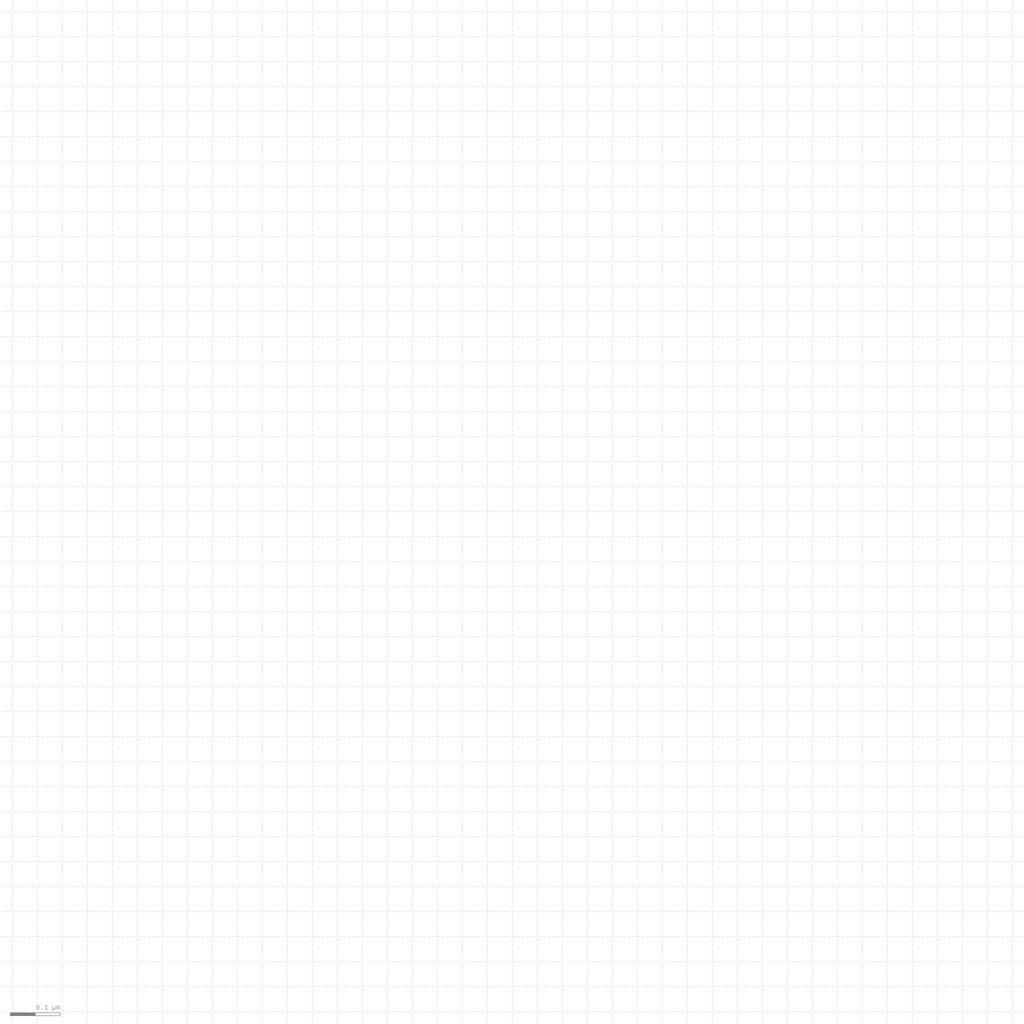
<source format=lef>
VERSION 5.5 ;
NAMESCASESENSITIVE ON ;





LAYER metal1  
    AntennaAreaRatio 800 ;
    AntennaCumAreaRatio 800 ;
    AntennaAreaFactor 1 ;  
END metal1

LAYER metal2
    AntennaAreaRatio 800 ;
    AntennaCumAreaRatio 800 ;
    AntennaAreaFactor 1 ;  
END metal2

LAYER metal3
    AntennaAreaRatio 800 ;
    AntennaCumAreaRatio 800 ;
    AntennaAreaFactor 1 ;  
END metal3

LAYER metal4  
    AntennaAreaRatio 800 ;
    AntennaCumAreaRatio 800 ;
    AntennaAreaFactor 1 ;  
END metal4

LAYER metal5  
    AntennaAreaRatio 800 ;
    AntennaCumAreaRatio 800 ;
    AntennaAreaFactor 1 ;  
END metal5

LAYER metal6
    AntennaAreaRatio 800 ;
    AntennaCumAreaRatio 800 ;
    AntennaAreaFactor 1 ;  
END metal6


#**********************************************************************
#
# LEF File for Accumulated Process Antenna Effects at the Boundary Pins
#
# Generated by Calibre Antenna verification/extraction utility antEx
#
# Gen-Date: Wed Aug  6 10:55:27 CST 2008
#
#**********************************************************************




MACRO XMC
  PIN I
   AntennaPartialMetalArea                 1003.273000 LAYER metal1 ;
   AntennaPartialMetalArea                 2234.839400 LAYER metal2 ;
   AntennaPartialMetalArea                  130.204000 LAYER metal3 ;
   AntennaPartialMetalArea                  130.204000 LAYER metal4 ;
   AntennaDiffArea                          726.400000 LAYER metal1 ;
   AntennaDiffArea                         1639.282400 LAYER metal2 ;
   AntennaDiffArea                         1639.282400 LAYER metal3 ;
   AntennaDiffArea                         1639.282400 LAYER metal4 ;
  END I

  PIN O
   AntennaPartialMetalArea                    6.775200 LAYER metal1 ;
   AntennaPartialMetalArea                    1.692000 LAYER metal2 ;
   AntennaPartialMetalArea                    1.692000 LAYER metal3 ;
   AntennaDiffArea                            2.430000 LAYER metal1 ;
   AntennaDiffArea                            2.430000 LAYER metal2 ;
   AntennaDiffArea                            2.430000 LAYER metal3 ;
  END O

  PIN PD
   AntennaPartialMetalArea                    5.366400 LAYER metal1 ;
   AntennaPartialMetalArea                    1.692000 LAYER metal2 ;
   AntennaPartialMetalArea                    1.692000 LAYER metal3 ;
   AntennaGateArea                            0.288000 LAYER metal1 ;
   AntennaGateArea                            0.288000 LAYER metal2 ;
   AntennaGateArea                            0.288000 LAYER metal3 ;
   AntennaDiffArea                            0.490000 LAYER metal1 ;
   AntennaDiffArea                            0.490000 LAYER metal2 ;
   AntennaDiffArea                            0.490000 LAYER metal3 ;
   AntennaMaxAreaCAR                          2.842567 LAYER metal1 ; 
  END PD

  PIN PU
   AntennaPartialMetalArea                    6.380000 LAYER metal1 ;
   AntennaPartialMetalArea                    2.963200 LAYER metal2 ;
   AntennaPartialMetalArea                    1.692000 LAYER metal3 ;
   AntennaGateArea                            0.468000 LAYER metal1 ;
   AntennaGateArea                            0.576000 LAYER metal2 ;
   AntennaGateArea                            0.576000 LAYER metal3 ;
   AntennaDiffArea                            0.490000 LAYER metal1 ;
   AntennaDiffArea                            0.490000 LAYER metal2 ;
   AntennaDiffArea                            0.490000 LAYER metal3 ;
   AntennaMaxAreaCAR                          2.325921 LAYER metal1 ; 
  END PU

  PIN SMT
   AntennaPartialMetalArea                    4.905800 LAYER metal1 ;
   AntennaPartialMetalArea                    5.830400 LAYER metal2 ;
   AntennaPartialMetalArea                    1.692000 LAYER metal3 ;
   AntennaGateArea                            0.288000 LAYER metal1 ;
   AntennaGateArea                            1.308000 LAYER metal2 ;
   AntennaGateArea                            1.308000 LAYER metal3 ;
   AntennaDiffArea                            0.490000 LAYER metal1 ;
   AntennaDiffArea                            0.490000 LAYER metal2 ;
   AntennaDiffArea                            0.490000 LAYER metal3 ;
   AntennaMaxAreaCAR                          2.842572 LAYER metal1 ; 
  END SMT

END XMC


#**********************************************************************
#
# LEF File for Accumulated Process Antenna Effects at the Boundary Pins
#
# Generated by Calibre Antenna verification/extraction utility antEx
#
# Gen-Date: Wed Aug  6 10:55:19 CST 2008
#
#**********************************************************************




MACRO XMD
  PIN I
   AntennaPartialMetalArea                 2401.287200 LAYER metal1 ;
   AntennaPartialMetalArea                 2401.287200 LAYER metal2 ;
   AntennaPartialMetalArea                  170.760000 LAYER metal3 ;
   AntennaPartialMetalArea                  170.760000 LAYER metal4 ;
   AntennaDiffArea                         1639.259600 LAYER metal1 ;
   AntennaDiffArea                         1639.259600 LAYER metal2 ;
   AntennaDiffArea                         1639.259600 LAYER metal3 ;
   AntennaDiffArea                         1639.259600 LAYER metal4 ;
  END I

  PIN O
   AntennaPartialMetalArea                    5.796000 LAYER metal1 ;
   AntennaPartialMetalArea                    1.692000 LAYER metal2 ;
   AntennaPartialMetalArea                    1.692000 LAYER metal3 ;
   AntennaDiffArea                            2.430000 LAYER metal1 ;
   AntennaDiffArea                            2.430000 LAYER metal2 ;
   AntennaDiffArea                            2.430000 LAYER metal3 ;
  END O

  PIN PD
   AntennaPartialMetalArea                    4.346400 LAYER metal1 ;
   AntennaPartialMetalArea                    1.692000 LAYER metal2 ;
   AntennaPartialMetalArea                    1.692000 LAYER metal3 ;
   AntennaGateArea                            0.288000 LAYER metal1 ;
   AntennaGateArea                            0.288000 LAYER metal2 ;
   AntennaGateArea                            0.288000 LAYER metal3 ;
   AntennaDiffArea                            0.490000 LAYER metal1 ;
   AntennaDiffArea                            0.490000 LAYER metal2 ;
   AntennaDiffArea                            0.490000 LAYER metal3 ;
   AntennaMaxAreaCAR                          2.842633 LAYER metal1 ; 
  END PD

  PIN PU
   AntennaPartialMetalArea                    3.072800 LAYER metal1 ;
   AntennaPartialMetalArea                    5.295600 LAYER metal2 ;
   AntennaPartialMetalArea                    1.692000 LAYER metal3 ;
   AntennaGateArea                            0.180000 LAYER metal1 ;
   AntennaGateArea                            0.576000 LAYER metal2 ;
   AntennaGateArea                            0.576000 LAYER metal3 ;
   AntennaDiffArea                            0.490000 LAYER metal1 ;
   AntennaDiffArea                            0.490000 LAYER metal2 ;
   AntennaDiffArea                            0.490000 LAYER metal3 ;
   AntennaMaxAreaCAR                          1.747789 LAYER metal1 ; 
  END PU

  PIN SMT
   AntennaPartialMetalArea                    4.353800 LAYER metal1 ;
   AntennaPartialMetalArea                    5.654000 LAYER metal2 ;
   AntennaPartialMetalArea                    1.692000 LAYER metal3 ;
   AntennaGateArea                            0.288000 LAYER metal1 ;
   AntennaGateArea                            1.308000 LAYER metal2 ;
   AntennaGateArea                            1.308000 LAYER metal3 ;
   AntennaDiffArea                            0.490000 LAYER metal1 ;
   AntennaDiffArea                            0.490000 LAYER metal2 ;
   AntennaDiffArea                            0.490000 LAYER metal3 ;
   AntennaMaxAreaCAR                          2.842639 LAYER metal1 ; 
  END SMT

END XMD


#**********************************************************************
#
# LEF File for Accumulated Process Antenna Effects at the Boundary Pins
#
# Generated by Calibre Antenna verification/extraction utility antEx
#
# Gen-Date: Wed Aug  6 10:55:12 CST 2008
#
#**********************************************************************




MACRO YA2GSC
  PIN E
   AntennaPartialMetalArea                    6.672800 LAYER metal1 ;
   AntennaPartialMetalArea                    5.945200 LAYER metal2 ;
   AntennaPartialMetalArea                    1.692000 LAYER metal3 ;
   AntennaGateArea                            0.450000 LAYER metal1 ;
   AntennaGateArea                            1.350000 LAYER metal2 ;
   AntennaGateArea                            1.350000 LAYER metal3 ;
   AntennaDiffArea                            0.490000 LAYER metal1 ;
   AntennaDiffArea                            0.490000 LAYER metal2 ;
   AntennaDiffArea                            0.490000 LAYER metal3 ;
   AntennaMaxAreaCAR                          1.525556 LAYER metal1 ; 
  END E

  PIN E2
   AntennaPartialMetalArea                    6.920000 LAYER metal1 ;
   AntennaPartialMetalArea                    9.033600 LAYER metal2 ;
   AntennaPartialMetalArea                    1.692000 LAYER metal3 ;
   AntennaGateArea                            0.288000 LAYER metal1 ;
   AntennaGateArea                            1.138000 LAYER metal2 ;
   AntennaGateArea                            1.138000 LAYER metal3 ;
   AntennaDiffArea                            0.490000 LAYER metal1 ;
   AntennaDiffArea                            0.490000 LAYER metal2 ;
   AntennaDiffArea                            0.490000 LAYER metal3 ;
   AntennaMaxAreaCAR                          2.542622 LAYER metal1 ; 
  END E2

  PIN E4
   AntennaPartialMetalArea                    5.852000 LAYER metal1 ;
   AntennaPartialMetalArea                   14.588800 LAYER metal2 ;
   AntennaPartialMetalArea                    1.692000 LAYER metal3 ;
   AntennaGateArea                            0.288000 LAYER metal1 ;
   AntennaGateArea                            1.138000 LAYER metal2 ;
   AntennaGateArea                            1.138000 LAYER metal3 ;
   AntennaDiffArea                            0.490000 LAYER metal1 ;
   AntennaDiffArea                            0.490000 LAYER metal2 ;
   AntennaDiffArea                            0.490000 LAYER metal3 ;
   AntennaMaxAreaCAR                          2.542556 LAYER metal1 ; 
  END E4

  PIN E8
   AntennaPartialMetalArea                    6.344000 LAYER metal1 ;
   AntennaPartialMetalArea                    8.137600 LAYER metal2 ;
   AntennaPartialMetalArea                    1.692000 LAYER metal3 ;
   AntennaGateArea                            0.288000 LAYER metal1 ;
   AntennaGateArea                            1.138000 LAYER metal2 ;
   AntennaGateArea                            1.138000 LAYER metal3 ;
   AntennaDiffArea                            0.490000 LAYER metal1 ;
   AntennaDiffArea                            0.490000 LAYER metal2 ;
   AntennaDiffArea                            0.490000 LAYER metal3 ;
   AntennaMaxAreaCAR                          2.542622 LAYER metal1 ; 
  END E8

  PIN I
   AntennaPartialMetalArea                    5.076800 LAYER metal1 ;
   AntennaPartialMetalArea                    7.544000 LAYER metal2 ;
   AntennaPartialMetalArea                    1.692000 LAYER metal3 ;
   AntennaGateArea                            0.450000 LAYER metal1 ;
   AntennaGateArea                            1.350000 LAYER metal2 ;
   AntennaGateArea                            1.350000 LAYER metal3 ;
   AntennaDiffArea                            0.490000 LAYER metal1 ;
   AntennaDiffArea                            0.490000 LAYER metal2 ;
   AntennaDiffArea                            0.490000 LAYER metal3 ;
   AntennaMaxAreaCAR                          1.525522 LAYER metal1 ; 
  END I

  PIN O
   AntennaPartialMetalArea                  800.548000 LAYER metal1 ;
   AntennaPartialMetalArea                 2234.839400 LAYER metal2 ;
   AntennaPartialMetalArea                  130.204000 LAYER metal3 ;
   AntennaPartialMetalArea                  130.204000 LAYER metal4 ;
   AntennaDiffArea                          726.400000 LAYER metal1 ;
   AntennaDiffArea                         1644.142000 LAYER metal2 ;
   AntennaDiffArea                         1644.142000 LAYER metal3 ;
   AntennaDiffArea                         1644.142000 LAYER metal4 ;
  END O

  PIN SR
   AntennaPartialMetalArea                    4.975200 LAYER metal1 ;
   AntennaPartialMetalArea                    7.121200 LAYER metal2 ;
   AntennaPartialMetalArea                    1.692000 LAYER metal3 ;
   AntennaGateArea                            0.384000 LAYER metal1 ;
   AntennaGateArea                            1.744000 LAYER metal2 ;
   AntennaGateArea                            1.744000 LAYER metal3 ;
   AntennaDiffArea                            0.490000 LAYER metal1 ;
   AntennaDiffArea                            0.490000 LAYER metal2 ;
   AntennaDiffArea                            0.490000 LAYER metal3 ;
   AntennaMaxAreaCAR                          2.094450 LAYER metal1 ; 
  END SR

END YA2GSC


#**********************************************************************
#
# LEF File for Accumulated Process Antenna Effects at the Boundary Pins
#
# Generated by Calibre Antenna verification/extraction utility antEx
#
# Gen-Date: Wed Aug  6 10:55:03 CST 2008
#
#**********************************************************************




MACRO YA2GSD
  PIN E
   AntennaPartialMetalArea                    4.409600 LAYER metal1 ;
   AntennaPartialMetalArea                    7.880000 LAYER metal2 ;
   AntennaPartialMetalArea                    1.692000 LAYER metal3 ;
   AntennaGateArea                            1.350000 LAYER metal2 ;
   AntennaGateArea                            1.350000 LAYER metal3 ;
   AntennaDiffArea                            0.490000 LAYER metal1 ;
   AntennaDiffArea                            0.490000 LAYER metal2 ;
   AntennaDiffArea                            0.490000 LAYER metal3 ;
   AntennaMaxAreaCAR                          5.121963 LAYER metal2 ; 
  END E

  PIN E2
   AntennaPartialMetalArea                    5.640800 LAYER metal1 ;
   AntennaPartialMetalArea                    6.460400 LAYER metal2 ;
   AntennaPartialMetalArea                    1.692000 LAYER metal3 ;
   AntennaGateArea                            0.288000 LAYER metal1 ;
   AntennaGateArea                            1.138000 LAYER metal2 ;
   AntennaGateArea                            1.138000 LAYER metal3 ;
   AntennaDiffArea                            0.490000 LAYER metal1 ;
   AntennaDiffArea                            0.490000 LAYER metal2 ;
   AntennaDiffArea                            0.490000 LAYER metal3 ;
   AntennaMaxAreaCAR                          2.542589 LAYER metal1 ; 
  END E2

  PIN E4
   AntennaPartialMetalArea                    4.592000 LAYER metal1 ;
   AntennaPartialMetalArea                    6.872000 LAYER metal2 ;
   AntennaPartialMetalArea                    1.692000 LAYER metal3 ;
   AntennaGateArea                            0.288000 LAYER metal1 ;
   AntennaGateArea                            1.138000 LAYER metal2 ;
   AntennaGateArea                            1.138000 LAYER metal3 ;
   AntennaDiffArea                            0.490000 LAYER metal1 ;
   AntennaDiffArea                            0.490000 LAYER metal2 ;
   AntennaDiffArea                            0.490000 LAYER metal3 ;
   AntennaMaxAreaCAR                          2.542556 LAYER metal1 ; 
  END E4

  PIN E8
   AntennaPartialMetalArea                    5.048000 LAYER metal1 ;
   AntennaPartialMetalArea                    5.312400 LAYER metal2 ;
   AntennaPartialMetalArea                    1.692000 LAYER metal3 ;
   AntennaGateArea                            0.288000 LAYER metal1 ;
   AntennaGateArea                            1.138000 LAYER metal2 ;
   AntennaGateArea                            1.138000 LAYER metal3 ;
   AntennaDiffArea                            0.490000 LAYER metal1 ;
   AntennaDiffArea                            0.490000 LAYER metal2 ;
   AntennaDiffArea                            0.490000 LAYER metal3 ;
   AntennaMaxAreaCAR                          2.542622 LAYER metal1 ; 
  END E8

  PIN I
   AntennaPartialMetalArea                    4.724000 LAYER metal1 ;
   AntennaPartialMetalArea                    8.630400 LAYER metal2 ;
   AntennaPartialMetalArea                    1.692000 LAYER metal3 ;
   AntennaGateArea                            0.450000 LAYER metal1 ;
   AntennaGateArea                            1.350000 LAYER metal2 ;
   AntennaGateArea                            1.350000 LAYER metal3 ;
   AntennaDiffArea                            0.490000 LAYER metal1 ;
   AntennaDiffArea                            0.490000 LAYER metal2 ;
   AntennaDiffArea                            0.490000 LAYER metal3 ;
   AntennaMaxAreaCAR                          1.525522 LAYER metal1 ; 
  END I

  PIN O
   AntennaPartialMetalArea                 2406.169600 LAYER metal1 ;
   AntennaPartialMetalArea                 2401.287200 LAYER metal2 ;
   AntennaPartialMetalArea                  170.760000 LAYER metal3 ;
   AntennaPartialMetalArea                  170.760000 LAYER metal4 ;
   AntennaDiffArea                         1644.142000 LAYER metal1 ;
   AntennaDiffArea                         1644.142000 LAYER metal2 ;
   AntennaDiffArea                         1644.142000 LAYER metal3 ;
   AntennaDiffArea                         1644.142000 LAYER metal4 ;
  END O

  PIN SR
   AntennaPartialMetalArea                    5.484800 LAYER metal1 ;
   AntennaPartialMetalArea                    9.067200 LAYER metal2 ;
   AntennaPartialMetalArea                    1.692000 LAYER metal3 ;
   AntennaGateArea                            0.384000 LAYER metal1 ;
   AntennaGateArea                            1.744000 LAYER metal2 ;
   AntennaGateArea                            1.744000 LAYER metal3 ;
   AntennaDiffArea                            0.490000 LAYER metal1 ;
   AntennaDiffArea                            0.490000 LAYER metal2 ;
   AntennaDiffArea                            0.490000 LAYER metal3 ;
   AntennaMaxAreaCAR                          2.094467 LAYER metal1 ; 
  END SR

END YA2GSD


#**********************************************************************
#
# LEF File for Accumulated Process Antenna Effects at the Boundary Pins
#
# Generated by Calibre Antenna verification/extraction utility antEx
#
# Gen-Date: Wed Aug  6 10:54:54 CST 2008
#
#**********************************************************************




MACRO ZMA2GSC
  PIN E
   AntennaPartialMetalArea                    4.227200 LAYER metal1 ;
   AntennaPartialMetalArea                   11.702000 LAYER metal2 ;
   AntennaPartialMetalArea                    1.692000 LAYER metal3 ;
   AntennaGateArea                            1.638000 LAYER metal2 ;
   AntennaGateArea                            1.638000 LAYER metal3 ;
   AntennaDiffArea                            0.490000 LAYER metal1 ;
   AntennaDiffArea                            0.490000 LAYER metal2 ;
   AntennaDiffArea                            0.490000 LAYER metal3 ;
   AntennaMaxAreaCAR                         15.196322 LAYER metal2 ; 
  END E

  PIN E2
   AntennaPartialMetalArea                    6.920000 LAYER metal1 ;
   AntennaPartialMetalArea                    9.033600 LAYER metal2 ;
   AntennaPartialMetalArea                    1.692000 LAYER metal3 ;
   AntennaGateArea                            0.288000 LAYER metal1 ;
   AntennaGateArea                            1.138000 LAYER metal2 ;
   AntennaGateArea                            1.138000 LAYER metal3 ;
   AntennaDiffArea                            0.490000 LAYER metal1 ;
   AntennaDiffArea                            0.490000 LAYER metal2 ;
   AntennaDiffArea                            0.490000 LAYER metal3 ;
   AntennaMaxAreaCAR                          2.542622 LAYER metal1 ; 
  END E2

  PIN E4
   AntennaPartialMetalArea                    5.852000 LAYER metal1 ;
   AntennaPartialMetalArea                   14.684000 LAYER metal2 ;
   AntennaPartialMetalArea                    1.692000 LAYER metal3 ;
   AntennaGateArea                            0.288000 LAYER metal1 ;
   AntennaGateArea                            1.138000 LAYER metal2 ;
   AntennaGateArea                            1.138000 LAYER metal3 ;
   AntennaDiffArea                            0.490000 LAYER metal1 ;
   AntennaDiffArea                            0.490000 LAYER metal2 ;
   AntennaDiffArea                            0.490000 LAYER metal3 ;
   AntennaMaxAreaCAR                          2.542556 LAYER metal1 ; 
  END E4

  PIN E8
   AntennaPartialMetalArea                    6.344000 LAYER metal1 ;
   AntennaPartialMetalArea                    8.137600 LAYER metal2 ;
   AntennaPartialMetalArea                    1.692000 LAYER metal3 ;
   AntennaGateArea                            0.288000 LAYER metal1 ;
   AntennaGateArea                            1.138000 LAYER metal2 ;
   AntennaGateArea                            1.138000 LAYER metal3 ;
   AntennaDiffArea                            0.490000 LAYER metal1 ;
   AntennaDiffArea                            0.490000 LAYER metal2 ;
   AntennaDiffArea                            0.490000 LAYER metal3 ;
   AntennaMaxAreaCAR                          2.542622 LAYER metal1 ; 
  END E8

  PIN I
   AntennaPartialMetalArea                    5.076800 LAYER metal1 ;
   AntennaPartialMetalArea                    7.544000 LAYER metal2 ;
   AntennaPartialMetalArea                    1.692000 LAYER metal3 ;
   AntennaGateArea                            0.450000 LAYER metal1 ;
   AntennaGateArea                            1.350000 LAYER metal2 ;
   AntennaGateArea                            1.350000 LAYER metal3 ;
   AntennaDiffArea                            0.490000 LAYER metal1 ;
   AntennaDiffArea                            0.490000 LAYER metal2 ;
   AntennaDiffArea                            0.490000 LAYER metal3 ;
   AntennaMaxAreaCAR                          1.525522 LAYER metal1 ; 
  END I

  PIN IO
   AntennaPartialMetalArea                  800.548000 LAYER metal1 ;
   AntennaPartialMetalArea                 2234.839400 LAYER metal2 ;
   AntennaPartialMetalArea                  130.204000 LAYER metal3 ;
   AntennaPartialMetalArea                  130.204000 LAYER metal4 ;
   AntennaDiffArea                          726.400000 LAYER metal1 ;
   AntennaDiffArea                         1639.282400 LAYER metal2 ;
   AntennaDiffArea                         1639.282400 LAYER metal3 ;
   AntennaDiffArea                         1639.282400 LAYER metal4 ;
  END IO

  PIN O
   AntennaPartialMetalArea                    6.775200 LAYER metal1 ;
   AntennaPartialMetalArea                    1.692000 LAYER metal2 ;
   AntennaPartialMetalArea                    1.692000 LAYER metal3 ;
   AntennaDiffArea                            2.430000 LAYER metal1 ;
   AntennaDiffArea                            2.430000 LAYER metal2 ;
   AntennaDiffArea                            2.430000 LAYER metal3 ;
  END O

  PIN PD
   AntennaPartialMetalArea                    5.366400 LAYER metal1 ;
   AntennaPartialMetalArea                    1.692000 LAYER metal2 ;
   AntennaPartialMetalArea                    1.692000 LAYER metal3 ;
   AntennaGateArea                            0.288000 LAYER metal1 ;
   AntennaGateArea                            0.288000 LAYER metal2 ;
   AntennaGateArea                            0.288000 LAYER metal3 ;
   AntennaDiffArea                            0.490000 LAYER metal1 ;
   AntennaDiffArea                            0.490000 LAYER metal2 ;
   AntennaDiffArea                            0.490000 LAYER metal3 ;
   AntennaMaxAreaCAR                          2.842567 LAYER metal1 ; 
  END PD

  PIN PU
   AntennaPartialMetalArea                    3.663200 LAYER metal1 ;
   AntennaPartialMetalArea                    5.250800 LAYER metal2 ;
   AntennaPartialMetalArea                    1.692000 LAYER metal3 ;
   AntennaGateArea                            0.180000 LAYER metal1 ;
   AntennaGateArea                            0.576000 LAYER metal2 ;
   AntennaGateArea                            0.576000 LAYER metal3 ;
   AntennaDiffArea                            0.490000 LAYER metal1 ;
   AntennaDiffArea                            0.490000 LAYER metal2 ;
   AntennaDiffArea                            0.490000 LAYER metal3 ;
   AntennaMaxAreaCAR                          1.405589 LAYER metal1 ; 
  END PU

  PIN SMT
   AntennaPartialMetalArea                    4.905800 LAYER metal1 ;
   AntennaPartialMetalArea                    5.830400 LAYER metal2 ;
   AntennaPartialMetalArea                    1.692000 LAYER metal3 ;
   AntennaGateArea                            0.288000 LAYER metal1 ;
   AntennaGateArea                            1.308000 LAYER metal2 ;
   AntennaGateArea                            1.308000 LAYER metal3 ;
   AntennaDiffArea                            0.490000 LAYER metal1 ;
   AntennaDiffArea                            0.490000 LAYER metal2 ;
   AntennaDiffArea                            0.490000 LAYER metal3 ;
   AntennaMaxAreaCAR                          2.842572 LAYER metal1 ; 
  END SMT

  PIN SR
   AntennaPartialMetalArea                    4.975200 LAYER metal1 ;
   AntennaPartialMetalArea                    7.121200 LAYER metal2 ;
   AntennaPartialMetalArea                    1.692000 LAYER metal3 ;
   AntennaGateArea                            0.384000 LAYER metal1 ;
   AntennaGateArea                            1.744000 LAYER metal2 ;
   AntennaGateArea                            1.744000 LAYER metal3 ;
   AntennaDiffArea                            0.490000 LAYER metal1 ;
   AntennaDiffArea                            0.490000 LAYER metal2 ;
   AntennaDiffArea                            0.490000 LAYER metal3 ;
   AntennaMaxAreaCAR                          2.094450 LAYER metal1 ; 
  END SR

END ZMA2GSC


#**********************************************************************
#
# LEF File for Accumulated Process Antenna Effects at the Boundary Pins
#
# Generated by Calibre Antenna verification/extraction utility antEx
#
# Gen-Date: Wed Aug  6 10:54:42 CST 2008
#
#**********************************************************************




MACRO ZMA2GSD
  PIN E
   AntennaPartialMetalArea                    4.409600 LAYER metal1 ;
   AntennaPartialMetalArea                   13.312000 LAYER metal2 ;
   AntennaPartialMetalArea                    1.692000 LAYER metal3 ;
   AntennaGateArea                            1.638000 LAYER metal2 ;
   AntennaGateArea                            1.638000 LAYER metal3 ;
   AntennaDiffArea                            0.490000 LAYER metal1 ;
   AntennaDiffArea                            0.490000 LAYER metal2 ;
   AntennaDiffArea                            0.490000 LAYER metal3 ;
   AntennaMaxAreaCAR                         15.196316 LAYER metal2 ; 
  END E

  PIN E2
   AntennaPartialMetalArea                    5.640800 LAYER metal1 ;
   AntennaPartialMetalArea                    6.460400 LAYER metal2 ;
   AntennaPartialMetalArea                    1.692000 LAYER metal3 ;
   AntennaGateArea                            0.288000 LAYER metal1 ;
   AntennaGateArea                            1.138000 LAYER metal2 ;
   AntennaGateArea                            1.138000 LAYER metal3 ;
   AntennaDiffArea                            0.490000 LAYER metal1 ;
   AntennaDiffArea                            0.490000 LAYER metal2 ;
   AntennaDiffArea                            0.490000 LAYER metal3 ;
   AntennaMaxAreaCAR                          2.542589 LAYER metal1 ; 
  END E2

  PIN E4
   AntennaPartialMetalArea                    4.592000 LAYER metal1 ;
   AntennaPartialMetalArea                    6.872000 LAYER metal2 ;
   AntennaPartialMetalArea                    1.692000 LAYER metal3 ;
   AntennaGateArea                            0.288000 LAYER metal1 ;
   AntennaGateArea                            1.138000 LAYER metal2 ;
   AntennaGateArea                            1.138000 LAYER metal3 ;
   AntennaDiffArea                            0.490000 LAYER metal1 ;
   AntennaDiffArea                            0.490000 LAYER metal2 ;
   AntennaDiffArea                            0.490000 LAYER metal3 ;
   AntennaMaxAreaCAR                          2.542556 LAYER metal1 ; 
  END E4

  PIN E8
   AntennaPartialMetalArea                    5.048000 LAYER metal1 ;
   AntennaPartialMetalArea                    5.312400 LAYER metal2 ;
   AntennaPartialMetalArea                    1.692000 LAYER metal3 ;
   AntennaGateArea                            0.288000 LAYER metal1 ;
   AntennaGateArea                            1.138000 LAYER metal2 ;
   AntennaGateArea                            1.138000 LAYER metal3 ;
   AntennaDiffArea                            0.490000 LAYER metal1 ;
   AntennaDiffArea                            0.490000 LAYER metal2 ;
   AntennaDiffArea                            0.490000 LAYER metal3 ;
   AntennaMaxAreaCAR                          2.542622 LAYER metal1 ; 
  END E8

  PIN I
   AntennaPartialMetalArea                    4.724000 LAYER metal1 ;
   AntennaPartialMetalArea                    8.630400 LAYER metal2 ;
   AntennaPartialMetalArea                    1.692000 LAYER metal3 ;
   AntennaGateArea                            0.450000 LAYER metal1 ;
   AntennaGateArea                            1.350000 LAYER metal2 ;
   AntennaGateArea                            1.350000 LAYER metal3 ;
   AntennaDiffArea                            0.490000 LAYER metal1 ;
   AntennaDiffArea                            0.490000 LAYER metal2 ;
   AntennaDiffArea                            0.490000 LAYER metal3 ;
   AntennaMaxAreaCAR                          1.525522 LAYER metal1 ; 
  END I

  PIN IO
   AntennaPartialMetalArea                 2401.287200 LAYER metal1 ;
   AntennaPartialMetalArea                 2401.287200 LAYER metal2 ;
   AntennaPartialMetalArea                  170.760000 LAYER metal3 ;
   AntennaPartialMetalArea                  170.760000 LAYER metal4 ;
   AntennaDiffArea                         1639.259600 LAYER metal1 ;
   AntennaDiffArea                         1639.259600 LAYER metal2 ;
   AntennaDiffArea                         1639.259600 LAYER metal3 ;
   AntennaDiffArea                         1639.259600 LAYER metal4 ;
  END IO

  PIN O
   AntennaPartialMetalArea                    5.796000 LAYER metal1 ;
   AntennaPartialMetalArea                    1.692000 LAYER metal2 ;
   AntennaPartialMetalArea                    1.692000 LAYER metal3 ;
   AntennaDiffArea                            2.430000 LAYER metal1 ;
   AntennaDiffArea                            2.430000 LAYER metal2 ;
   AntennaDiffArea                            2.430000 LAYER metal3 ;
  END O

  PIN PD
   AntennaPartialMetalArea                    4.346400 LAYER metal1 ;
   AntennaPartialMetalArea                    1.692000 LAYER metal2 ;
   AntennaPartialMetalArea                    1.692000 LAYER metal3 ;
   AntennaGateArea                            0.288000 LAYER metal1 ;
   AntennaGateArea                            0.288000 LAYER metal2 ;
   AntennaGateArea                            0.288000 LAYER metal3 ;
   AntennaDiffArea                            0.490000 LAYER metal1 ;
   AntennaDiffArea                            0.490000 LAYER metal2 ;
   AntennaDiffArea                            0.490000 LAYER metal3 ;
   AntennaMaxAreaCAR                          2.842633 LAYER metal1 ; 
  END PD

  PIN PU
   AntennaPartialMetalArea                    3.111200 LAYER metal1 ;
   AntennaPartialMetalArea                    5.250800 LAYER metal2 ;
   AntennaPartialMetalArea                    1.692000 LAYER metal3 ;
   AntennaGateArea                            0.180000 LAYER metal1 ;
   AntennaGateArea                            0.576000 LAYER metal2 ;
   AntennaGateArea                            0.576000 LAYER metal3 ;
   AntennaDiffArea                            0.490000 LAYER metal1 ;
   AntennaDiffArea                            0.490000 LAYER metal2 ;
   AntennaDiffArea                            0.490000 LAYER metal3 ;
   AntennaMaxAreaCAR                          1.405556 LAYER metal1 ; 
  END PU

  PIN SMT
   AntennaPartialMetalArea                    4.353800 LAYER metal1 ;
   AntennaPartialMetalArea                    5.654000 LAYER metal2 ;
   AntennaPartialMetalArea                    1.692000 LAYER metal3 ;
   AntennaGateArea                            0.288000 LAYER metal1 ;
   AntennaGateArea                            1.308000 LAYER metal2 ;
   AntennaGateArea                            1.308000 LAYER metal3 ;
   AntennaDiffArea                            0.490000 LAYER metal1 ;
   AntennaDiffArea                            0.490000 LAYER metal2 ;
   AntennaDiffArea                            0.490000 LAYER metal3 ;
   AntennaMaxAreaCAR                          2.842639 LAYER metal1 ; 
  END SMT

  PIN SR
   AntennaPartialMetalArea                    5.484800 LAYER metal1 ;
   AntennaPartialMetalArea                    9.067200 LAYER metal2 ;
   AntennaPartialMetalArea                    1.692000 LAYER metal3 ;
   AntennaGateArea                            0.384000 LAYER metal1 ;
   AntennaGateArea                            1.744000 LAYER metal2 ;
   AntennaGateArea                            1.744000 LAYER metal3 ;
   AntennaDiffArea                            0.490000 LAYER metal1 ;
   AntennaDiffArea                            0.490000 LAYER metal2 ;
   AntennaDiffArea                            0.490000 LAYER metal3 ;
   AntennaMaxAreaCAR                          2.094467 LAYER metal1 ; 
  END SR

END ZMA2GSD

END LIBRARY

</source>
